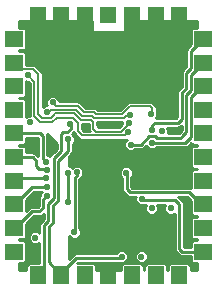
<source format=gbl>
%FSLAX46Y46*%
G04 Gerber Fmt 4.6, Leading zero omitted, Abs format (unit mm)*
G04 Created by KiCad (PCBNEW (2014-jul-16 BZR unknown)-product) date Wed 11 Feb 2015 12:50:59 PM CET*
%MOMM*%
G01*
G04 APERTURE LIST*
%ADD10C,0.150000*%
%ADD11R,1.500000X1.400000*%
%ADD12R,1.400000X1.500000*%
%ADD13R,1.400000X1.400000*%
%ADD14C,0.558800*%
%ADD15C,0.876300*%
%ADD16C,0.254000*%
%ADD17C,0.203200*%
%ADD18C,0.508000*%
%ADD19C,0.228600*%
G04 APERTURE END LIST*
D10*
D11*
X156184600Y-103777400D03*
X156184600Y-105777400D03*
X156184600Y-107777400D03*
X156184600Y-109777400D03*
X156184600Y-111777400D03*
X156184600Y-113777400D03*
X156184600Y-115777400D03*
X156184600Y-117777400D03*
X156184600Y-119777400D03*
X156184600Y-121777400D03*
X172180000Y-103781400D03*
X172180000Y-105781400D03*
X172180000Y-107781400D03*
X172180000Y-109781400D03*
X172180000Y-111781400D03*
X172180000Y-113781400D03*
X172180000Y-115781400D03*
X172180000Y-117781400D03*
X172180000Y-119781400D03*
X172180000Y-121781400D03*
D12*
X158181400Y-123780000D03*
X160181400Y-123780000D03*
X162181400Y-123780000D03*
X164181400Y-123780000D03*
X166181400Y-123780000D03*
X168181400Y-123780000D03*
X170181400Y-123780000D03*
D13*
X158181400Y-101780000D03*
X160181400Y-101780000D03*
X162181400Y-101780000D03*
X164181400Y-101780000D03*
X166181400Y-101780000D03*
X168181400Y-101780000D03*
X170181400Y-101780000D03*
D14*
X160770000Y-112280000D03*
X165300000Y-122220000D03*
X167000000Y-117310000D03*
X165670000Y-115120000D03*
X158950000Y-117070000D03*
X159010000Y-116340000D03*
X158910000Y-115590000D03*
X159000000Y-114880000D03*
X158890000Y-114180000D03*
X159000000Y-109940000D03*
X166020000Y-110230000D03*
X167750000Y-110150000D03*
X159470000Y-109150000D03*
X165880000Y-110920000D03*
X165870000Y-111680000D03*
X157340000Y-106840000D03*
X167870000Y-111480000D03*
X166070000Y-112720000D03*
X167860000Y-112560000D03*
X160950000Y-110950000D03*
D15*
X163620000Y-121460000D03*
D14*
X163210000Y-119050000D03*
X157860000Y-122320000D03*
X159140000Y-108440000D03*
X157380000Y-107980000D03*
X158170000Y-117150000D03*
X157360000Y-119660000D03*
X166150000Y-122510000D03*
X156920000Y-102530000D03*
X171440000Y-102500000D03*
X170900000Y-120790000D03*
X171430000Y-123050000D03*
X156940000Y-123040000D03*
X157400000Y-112390000D03*
D15*
X158950000Y-105738100D03*
X160430000Y-105740700D03*
D14*
X169260000Y-107040000D03*
X169470000Y-108580000D03*
D15*
X167040000Y-104890000D03*
D14*
X169360000Y-105340000D03*
X166230000Y-119619300D03*
X167830000Y-119619300D03*
X169440000Y-119619300D03*
X168740000Y-114890000D03*
X169530000Y-111460000D03*
X165540000Y-105760000D03*
X166380000Y-106460000D03*
X165550000Y-106450000D03*
X166380000Y-105790000D03*
D15*
X163890000Y-106450240D03*
D14*
X161400000Y-106430000D03*
X162280000Y-106440000D03*
X161931720Y-112470000D03*
X163410000Y-112470000D03*
X164888280Y-112470000D03*
X164888280Y-113948280D03*
X163410000Y-113948280D03*
X161931720Y-113948280D03*
X163410000Y-110991720D03*
X164888280Y-110991720D03*
X162110000Y-111140000D03*
D15*
X170180000Y-103770000D03*
X168180000Y-103760000D03*
X166180000Y-103770000D03*
X158180000Y-103770000D03*
X160180000Y-103770000D03*
X162190000Y-103770000D03*
X164820000Y-104900000D03*
X169240000Y-121860000D03*
D14*
X159150000Y-112370000D03*
X157500000Y-110850000D03*
X157970000Y-120610000D03*
X166950000Y-122210000D03*
X167830000Y-118120700D03*
X169440000Y-118120700D03*
X168670700Y-111580000D03*
X160760000Y-115090000D03*
X160770000Y-117610000D03*
X161520000Y-115080000D03*
X161280000Y-120140000D03*
D16*
X160310000Y-113720000D02*
X160770000Y-113260000D01*
X160770000Y-112280000D02*
X160770000Y-113260000D01*
X160200000Y-123761400D02*
X160181400Y-123780000D01*
X160181400Y-123721400D02*
X160181400Y-123780000D01*
X160301002Y-113720000D02*
X159931002Y-114090000D01*
X159931002Y-114090000D02*
X159931002Y-117420000D01*
X159931002Y-117420000D02*
X159470000Y-117881002D01*
X159470000Y-117881002D02*
X159470000Y-119311002D01*
X159470000Y-119311002D02*
X159110000Y-119671002D01*
X159110000Y-119671002D02*
X159110000Y-122650000D01*
X159110000Y-122650000D02*
X160181400Y-123721400D01*
X160310000Y-113720000D02*
X160301002Y-113720000D01*
X160181400Y-123568600D02*
X160181400Y-123780000D01*
X165300000Y-122220000D02*
X165190000Y-122330000D01*
X165190000Y-122330000D02*
X161420000Y-122330000D01*
X161420000Y-122330000D02*
X160181400Y-123568600D01*
X167000000Y-117310000D02*
X167110000Y-117420000D01*
X167110000Y-117420000D02*
X169810000Y-117420000D01*
X169810000Y-117420000D02*
X170170000Y-117780000D01*
X170170000Y-117780000D02*
X170170000Y-121540000D01*
X170170000Y-121540000D02*
X170411400Y-121781400D01*
X170411400Y-121781400D02*
X172180000Y-121781400D01*
X172041400Y-117781400D02*
X172180000Y-117781400D01*
X165670000Y-115120000D02*
X165710000Y-115160000D01*
X165710000Y-115160000D02*
X165710000Y-116450000D01*
X165710000Y-116450000D02*
X166020000Y-116760000D01*
X166020000Y-116760000D02*
X171020000Y-116760000D01*
X171020000Y-116760000D02*
X172041400Y-117781400D01*
X157690000Y-118380000D02*
X156292600Y-119777400D01*
X158340000Y-118380000D02*
X157690000Y-118380000D01*
X158670000Y-118050000D02*
X158340000Y-118380000D01*
X158670000Y-117350000D02*
X158670000Y-118050000D01*
X158950000Y-117070000D02*
X158670000Y-117350000D01*
X156292600Y-119777400D02*
X156184600Y-119777400D01*
X156282600Y-117777400D02*
X156184600Y-117777400D01*
X157720000Y-116340000D02*
X156282600Y-117777400D01*
X159010000Y-116340000D02*
X157720000Y-116340000D01*
X158910000Y-115590000D02*
X158900000Y-115580000D01*
X158900000Y-115580000D02*
X156382000Y-115580000D01*
X156382000Y-115580000D02*
X156184600Y-115777400D01*
X158060000Y-114100000D02*
X158060000Y-114080000D01*
X158060000Y-114080000D02*
X157757400Y-113777400D01*
X157757400Y-113777400D02*
X156184600Y-113777400D01*
X158060000Y-114520000D02*
X158060000Y-114100000D01*
X158320000Y-114780000D02*
X158060000Y-114520000D01*
X158900000Y-114780000D02*
X158320000Y-114780000D01*
X159000000Y-114880000D02*
X158900000Y-114780000D01*
X158367400Y-111777400D02*
X156184600Y-111777400D01*
X158610000Y-112020000D02*
X158367400Y-111777400D01*
X158610000Y-113900000D02*
X158610000Y-112020000D01*
X158890000Y-114180000D02*
X158610000Y-113900000D01*
X156207200Y-109800000D02*
X156184600Y-109777400D01*
X156217200Y-109810000D02*
X156184600Y-109777400D01*
D17*
X159000000Y-109940000D02*
X159090000Y-109940000D01*
X159279798Y-109750202D02*
X160820000Y-109750202D01*
X159090000Y-109940000D02*
X159279798Y-109750202D01*
X160820000Y-109750202D02*
X161420202Y-109750202D01*
X161423226Y-109750202D02*
X161953226Y-110280202D01*
X165763488Y-110280202D02*
X165969798Y-110280202D01*
X161953226Y-110280202D02*
X162680000Y-110280202D01*
X165969798Y-110280202D02*
X166020000Y-110230000D01*
X161420202Y-109750202D02*
X161423226Y-109750202D01*
X162787178Y-110280202D02*
X162986976Y-110480000D01*
X162986976Y-110480000D02*
X165466976Y-110480000D01*
X165466976Y-110480000D02*
X165763488Y-110183488D01*
X165763488Y-110183488D02*
X165763488Y-110280202D01*
X162680000Y-110280202D02*
X162787178Y-110280202D01*
D16*
X156467400Y-107777400D02*
X156184600Y-107777400D01*
D17*
X167900000Y-110000000D02*
X167750000Y-110150000D01*
X167900000Y-109660000D02*
X167900000Y-110000000D01*
X167710000Y-109470000D02*
X167900000Y-109660000D01*
X166010000Y-109470000D02*
X167710000Y-109470000D01*
X159740000Y-109420000D02*
X161120000Y-109420000D01*
X159470000Y-109150000D02*
X159740000Y-109420000D01*
X161560000Y-109420000D02*
X161990000Y-109850000D01*
X161120000Y-109420000D02*
X161560000Y-109420000D01*
X165530000Y-109950000D02*
X166010000Y-109470000D01*
X162090000Y-109950000D02*
X161990000Y-109850000D01*
X162740000Y-109950000D02*
X162090000Y-109950000D01*
X162930202Y-109950000D02*
X163120202Y-110140000D01*
X163120202Y-110140000D02*
X165340000Y-110140000D01*
X165340000Y-110140000D02*
X165530000Y-109950000D01*
X162740000Y-109950000D02*
X162930202Y-109950000D01*
D16*
X156747200Y-106340000D02*
X156184600Y-105777400D01*
D17*
X156737200Y-106330000D02*
X156184600Y-105777400D01*
X157820000Y-106330000D02*
X156737200Y-106330000D01*
X158230000Y-106740000D02*
X157820000Y-106330000D01*
X158230000Y-109370000D02*
X158230000Y-106740000D01*
X158230000Y-110160000D02*
X158230000Y-109370000D01*
X158230000Y-110160000D02*
X158230000Y-109370000D01*
X161277380Y-110080404D02*
X161528488Y-110331512D01*
X159570000Y-110191002D02*
X159570000Y-110190404D01*
X159680000Y-110080404D02*
X160770000Y-110080404D01*
X159570000Y-110190404D02*
X159680000Y-110080404D01*
X159570000Y-110191002D02*
X159568998Y-110191002D01*
X159568998Y-110191002D02*
X159280000Y-110480000D01*
X159280000Y-110480000D02*
X158550000Y-110480000D01*
X158550000Y-110480000D02*
X158230000Y-110160000D01*
X160770000Y-110080404D02*
X161277380Y-110080404D01*
X161531512Y-110331512D02*
X161610000Y-110410000D01*
X161528488Y-110331512D02*
X161531512Y-110331512D01*
X163129798Y-111619798D02*
X165210202Y-111619798D01*
X165210202Y-111619798D02*
X165880000Y-110950000D01*
X165880000Y-110950000D02*
X165880000Y-110920000D01*
X162660000Y-110620000D02*
X162890000Y-110850000D01*
X162890000Y-110850000D02*
X162890000Y-111380000D01*
X162890000Y-111380000D02*
X163129798Y-111619798D01*
X161820000Y-110620000D02*
X162660000Y-110620000D01*
X161610000Y-110410000D02*
X161820000Y-110620000D01*
X157890000Y-109860000D02*
X157890000Y-107390000D01*
X157890000Y-107390000D02*
X157340000Y-106840000D01*
X161270000Y-110550000D02*
X161160000Y-110440000D01*
X161160000Y-110440000D02*
X159790000Y-110440000D01*
X159790000Y-110440000D02*
X159410000Y-110820000D01*
X159410000Y-110820000D02*
X159290000Y-110820000D01*
X161460000Y-110730000D02*
X161280000Y-110550000D01*
X161280000Y-110550000D02*
X161270000Y-110550000D01*
X161591512Y-110858488D02*
X161463024Y-110730000D01*
X161463024Y-110730000D02*
X161460000Y-110730000D01*
X161591512Y-111581512D02*
X161960000Y-111950000D01*
X161960000Y-111950000D02*
X165600000Y-111950000D01*
X165600000Y-111950000D02*
X165870000Y-111680000D01*
X161591512Y-110858488D02*
X161591512Y-111581512D01*
X158410000Y-110820000D02*
X157890000Y-110300000D01*
X157890000Y-110300000D02*
X157890000Y-109860000D01*
X159290000Y-110820000D02*
X158410000Y-110820000D01*
D16*
X172158600Y-103781400D02*
X172180000Y-103781400D01*
X167870000Y-111480000D02*
X167870000Y-111100000D01*
X167870000Y-111100000D02*
X168080000Y-110890000D01*
X168080000Y-110890000D02*
X170040000Y-110890000D01*
X170040000Y-110890000D02*
X170380000Y-110550000D01*
X170380000Y-110550000D02*
X170380000Y-108360000D01*
X170380000Y-108360000D02*
X170770000Y-107970000D01*
X170770000Y-107970000D02*
X170770000Y-106650000D01*
X170770000Y-106650000D02*
X171170000Y-106250000D01*
X171170000Y-106250000D02*
X171170000Y-104770000D01*
X171170000Y-104770000D02*
X172158600Y-103781400D01*
X166920000Y-112720000D02*
X167620000Y-112020000D01*
X167620000Y-112020000D02*
X167930000Y-112020000D01*
X170430000Y-112020000D02*
X170770000Y-111680000D01*
X171160000Y-106801400D02*
X172180000Y-105781400D01*
X170770000Y-111468998D02*
X170770000Y-108520000D01*
X170770000Y-108520000D02*
X171160000Y-108130000D01*
X171160000Y-108130000D02*
X171160000Y-106801400D01*
X170770000Y-111680000D02*
X170770000Y-111468998D01*
X166070000Y-112720000D02*
X166920000Y-112720000D01*
X168150000Y-112020000D02*
X168300000Y-112170000D01*
X168300000Y-112170000D02*
X170280000Y-112170000D01*
X170280000Y-112170000D02*
X170430000Y-112020000D01*
X167930000Y-112020000D02*
X168150000Y-112020000D01*
X172088600Y-107781400D02*
X172180000Y-107781400D01*
X171160000Y-112080000D02*
X171160000Y-108710000D01*
X170830000Y-112410000D02*
X171160000Y-112080000D01*
X171160000Y-108710000D02*
X172088600Y-107781400D01*
X170680000Y-112560000D02*
X170830000Y-112410000D01*
X167860000Y-112560000D02*
X170680000Y-112560000D01*
X160180000Y-113270000D02*
X159840000Y-113610000D01*
X160180000Y-111830000D02*
X160180000Y-113270000D01*
X160340000Y-111670000D02*
X160180000Y-111830000D01*
X160690000Y-111670000D02*
X160340000Y-111670000D01*
X160990000Y-111370000D02*
X160690000Y-111670000D01*
X160990000Y-110990000D02*
X160990000Y-111370000D01*
X160950000Y-110950000D02*
X160990000Y-110990000D01*
X158710000Y-123251400D02*
X158181400Y-123780000D01*
X159830000Y-113610000D02*
X159550000Y-113890000D01*
X159550000Y-113890000D02*
X159550000Y-117260000D01*
X159550000Y-117260000D02*
X159080000Y-117730000D01*
X159080000Y-117730000D02*
X159080000Y-119150000D01*
X159080000Y-119150000D02*
X158710000Y-119520000D01*
X158710000Y-119520000D02*
X158710000Y-123251400D01*
X159840000Y-113610000D02*
X159830000Y-113610000D01*
D18*
X158950000Y-105738100D02*
X158950000Y-105710000D01*
X160430000Y-105740700D02*
X160430000Y-105730000D01*
D16*
X166230000Y-119619300D02*
X166230000Y-119580000D01*
X167830000Y-119619300D02*
X167830000Y-119620000D01*
X169440000Y-119619300D02*
X169440000Y-119630000D01*
X165580000Y-105800000D02*
X165540000Y-105760000D01*
X166380000Y-105790000D02*
X165580000Y-105800000D01*
X163890000Y-106450240D02*
X163890000Y-106460000D01*
X161921720Y-112460000D02*
X161931720Y-112470000D01*
X161890000Y-112460000D02*
X161921720Y-112460000D01*
X163410000Y-112470000D02*
X163410000Y-112450000D01*
X164888280Y-112470000D02*
X164900000Y-112470000D01*
X164870000Y-113930000D02*
X164888280Y-113948280D01*
X164850000Y-113930000D02*
X164870000Y-113930000D01*
X163400000Y-113938280D02*
X163410000Y-113948280D01*
X163400000Y-113910000D02*
X163400000Y-113938280D01*
X161931720Y-113948280D02*
X162010000Y-113870000D01*
D17*
X163378280Y-110960000D02*
X163410000Y-110991720D01*
X163360000Y-110960000D02*
X163378280Y-110960000D01*
X164870000Y-111010000D02*
X164888280Y-110991720D01*
X164850000Y-111010000D02*
X164870000Y-111010000D01*
D16*
X167830000Y-118120700D02*
X167830000Y-118130000D01*
X169440000Y-118120700D02*
X169440000Y-118130000D01*
X168670700Y-111580000D02*
X168680000Y-111580000D01*
X160760000Y-117600000D02*
X160770000Y-117610000D01*
X160760000Y-115090000D02*
X160760000Y-117600000D01*
X161520000Y-115080000D02*
X161580000Y-115140000D01*
X161520000Y-115310000D02*
X161310000Y-115520000D01*
X161310000Y-115520000D02*
X161310000Y-120110000D01*
X161310000Y-120110000D02*
X161280000Y-120140000D01*
X161520000Y-115080000D02*
X161520000Y-115310000D01*
D19*
G36*
X157522479Y-110303919D02*
X157391851Y-110303805D01*
X157201300Y-110382539D01*
X157201300Y-109024350D01*
X157160697Y-108926327D01*
X157085673Y-108851303D01*
X156987650Y-108810700D01*
X156881550Y-108810700D01*
X156627200Y-108810700D01*
X156627200Y-108744100D01*
X156987650Y-108744100D01*
X157085673Y-108703497D01*
X157160697Y-108628473D01*
X157201300Y-108530450D01*
X157201300Y-108424350D01*
X157201300Y-107373715D01*
X157230897Y-107386005D01*
X157365267Y-107386122D01*
X157521700Y-107542554D01*
X157521700Y-109860000D01*
X157521700Y-110300000D01*
X157522479Y-110303919D01*
X157522479Y-110303919D01*
G37*
X157522479Y-110303919D02*
X157391851Y-110303805D01*
X157201300Y-110382539D01*
X157201300Y-109024350D01*
X157160697Y-108926327D01*
X157085673Y-108851303D01*
X156987650Y-108810700D01*
X156881550Y-108810700D01*
X156627200Y-108810700D01*
X156627200Y-108744100D01*
X156987650Y-108744100D01*
X157085673Y-108703497D01*
X157160697Y-108628473D01*
X157201300Y-108530450D01*
X157201300Y-108424350D01*
X157201300Y-107373715D01*
X157230897Y-107386005D01*
X157365267Y-107386122D01*
X157521700Y-107542554D01*
X157521700Y-109860000D01*
X157521700Y-110300000D01*
X157522479Y-110303919D01*
G36*
X162590332Y-111581700D02*
X162112554Y-111581700D01*
X161959812Y-111428957D01*
X161959812Y-110988300D01*
X162507445Y-110988300D01*
X162521700Y-111002554D01*
X162521700Y-111380000D01*
X162545083Y-111497559D01*
X162549735Y-111520943D01*
X162590332Y-111581700D01*
X162590332Y-111581700D01*
G37*
X162590332Y-111581700D02*
X162112554Y-111581700D01*
X161959812Y-111428957D01*
X161959812Y-110988300D01*
X162507445Y-110988300D01*
X162521700Y-111002554D01*
X162521700Y-111380000D01*
X162545083Y-111497559D01*
X162549735Y-111520943D01*
X162590332Y-111581700D01*
G36*
X165333962Y-110848300D02*
X165333851Y-110975294D01*
X165057647Y-111251498D01*
X163282352Y-111251498D01*
X163258300Y-111227445D01*
X163258300Y-110850000D01*
X163257961Y-110848300D01*
X165333962Y-110848300D01*
X165333962Y-110848300D01*
G37*
X165333962Y-110848300D02*
X165333851Y-110975294D01*
X165057647Y-111251498D01*
X163282352Y-111251498D01*
X163258300Y-111227445D01*
X163258300Y-110850000D01*
X163257961Y-110848300D01*
X165333962Y-110848300D01*
G36*
X170376300Y-111516924D02*
X170151612Y-111741612D01*
X170116924Y-111776300D01*
X169180497Y-111776300D01*
X169216705Y-111689103D01*
X169216895Y-111471851D01*
X169139152Y-111283700D01*
X170040000Y-111283700D01*
X170190662Y-111253731D01*
X170190663Y-111253731D01*
X170318388Y-111168388D01*
X170376300Y-111110476D01*
X170376300Y-111468998D01*
X170376300Y-111516924D01*
X170376300Y-111516924D01*
G37*
X170376300Y-111516924D02*
X170151612Y-111741612D01*
X170116924Y-111776300D01*
X169180497Y-111776300D01*
X169216705Y-111689103D01*
X169216895Y-111471851D01*
X169139152Y-111283700D01*
X170040000Y-111283700D01*
X170190662Y-111253731D01*
X170190663Y-111253731D01*
X170318388Y-111168388D01*
X170376300Y-111110476D01*
X170376300Y-111468998D01*
X170376300Y-111516924D01*
G36*
X171712800Y-102814700D02*
X171376950Y-102814700D01*
X171278927Y-102855303D01*
X171203903Y-102930327D01*
X171163300Y-103028350D01*
X171163300Y-103134450D01*
X171163300Y-104219924D01*
X170891612Y-104491612D01*
X170806269Y-104619337D01*
X170776300Y-104770000D01*
X170776300Y-106086924D01*
X170491612Y-106371612D01*
X170406269Y-106499337D01*
X170376300Y-106650000D01*
X170376300Y-107806924D01*
X170101612Y-108081612D01*
X170016269Y-108209337D01*
X169986300Y-108360000D01*
X169986300Y-110386924D01*
X169876924Y-110496300D01*
X168176072Y-110496300D01*
X168212691Y-110459745D01*
X168296005Y-110259103D01*
X168296195Y-110041851D01*
X168268300Y-109974340D01*
X168268300Y-109660000D01*
X168240265Y-109519058D01*
X168160428Y-109399573D01*
X167970427Y-109209573D01*
X167850943Y-109129735D01*
X167827559Y-109125083D01*
X167710000Y-109101700D01*
X166010000Y-109101700D01*
X165869058Y-109129735D01*
X165749573Y-109209572D01*
X165269576Y-109689569D01*
X165269573Y-109689572D01*
X165187445Y-109771700D01*
X163272756Y-109771700D01*
X163190629Y-109689573D01*
X163071145Y-109609735D01*
X163047761Y-109605083D01*
X162930202Y-109581700D01*
X162740000Y-109581700D01*
X162242554Y-109581700D01*
X161820427Y-109159573D01*
X161700943Y-109079735D01*
X161677559Y-109075083D01*
X161560000Y-109051700D01*
X161120000Y-109051700D01*
X160016186Y-109051700D01*
X160016195Y-109041851D01*
X159933231Y-108841063D01*
X159779745Y-108687309D01*
X159579103Y-108603995D01*
X159361851Y-108603805D01*
X159161063Y-108686769D01*
X159007309Y-108840255D01*
X158923995Y-109040897D01*
X158923805Y-109258149D01*
X158979888Y-109393881D01*
X158891851Y-109393805D01*
X158691063Y-109476769D01*
X158598300Y-109569370D01*
X158598300Y-109370000D01*
X158598300Y-106740000D01*
X158570265Y-106599058D01*
X158490428Y-106479573D01*
X158080427Y-106069573D01*
X157960943Y-105989735D01*
X157937559Y-105985083D01*
X157820000Y-105961700D01*
X157201300Y-105961700D01*
X157201300Y-105024350D01*
X157160697Y-104926327D01*
X157085673Y-104851303D01*
X156987650Y-104810700D01*
X156881550Y-104810700D01*
X156627200Y-104810700D01*
X156627200Y-104744100D01*
X156987650Y-104744100D01*
X157085673Y-104703497D01*
X157160697Y-104628473D01*
X157201300Y-104530450D01*
X157201300Y-104424350D01*
X157201300Y-103024350D01*
X157160697Y-102926327D01*
X157085673Y-102851303D01*
X156987650Y-102810700D01*
X156881550Y-102810700D01*
X156627200Y-102810700D01*
X156627200Y-102237200D01*
X162762774Y-102237200D01*
X162777465Y-103184737D01*
X165584300Y-103173858D01*
X165584300Y-102237200D01*
X171712800Y-102237200D01*
X171712800Y-102814700D01*
X171712800Y-102814700D01*
G37*
X171712800Y-102814700D02*
X171376950Y-102814700D01*
X171278927Y-102855303D01*
X171203903Y-102930327D01*
X171163300Y-103028350D01*
X171163300Y-103134450D01*
X171163300Y-104219924D01*
X170891612Y-104491612D01*
X170806269Y-104619337D01*
X170776300Y-104770000D01*
X170776300Y-106086924D01*
X170491612Y-106371612D01*
X170406269Y-106499337D01*
X170376300Y-106650000D01*
X170376300Y-107806924D01*
X170101612Y-108081612D01*
X170016269Y-108209337D01*
X169986300Y-108360000D01*
X169986300Y-110386924D01*
X169876924Y-110496300D01*
X168176072Y-110496300D01*
X168212691Y-110459745D01*
X168296005Y-110259103D01*
X168296195Y-110041851D01*
X168268300Y-109974340D01*
X168268300Y-109660000D01*
X168240265Y-109519058D01*
X168160428Y-109399573D01*
X167970427Y-109209573D01*
X167850943Y-109129735D01*
X167827559Y-109125083D01*
X167710000Y-109101700D01*
X166010000Y-109101700D01*
X165869058Y-109129735D01*
X165749573Y-109209572D01*
X165269576Y-109689569D01*
X165269573Y-109689572D01*
X165187445Y-109771700D01*
X163272756Y-109771700D01*
X163190629Y-109689573D01*
X163071145Y-109609735D01*
X163047761Y-109605083D01*
X162930202Y-109581700D01*
X162740000Y-109581700D01*
X162242554Y-109581700D01*
X161820427Y-109159573D01*
X161700943Y-109079735D01*
X161677559Y-109075083D01*
X161560000Y-109051700D01*
X161120000Y-109051700D01*
X160016186Y-109051700D01*
X160016195Y-109041851D01*
X159933231Y-108841063D01*
X159779745Y-108687309D01*
X159579103Y-108603995D01*
X159361851Y-108603805D01*
X159161063Y-108686769D01*
X159007309Y-108840255D01*
X158923995Y-109040897D01*
X158923805Y-109258149D01*
X158979888Y-109393881D01*
X158891851Y-109393805D01*
X158691063Y-109476769D01*
X158598300Y-109569370D01*
X158598300Y-109370000D01*
X158598300Y-106740000D01*
X158570265Y-106599058D01*
X158490428Y-106479573D01*
X158080427Y-106069573D01*
X157960943Y-105989735D01*
X157937559Y-105985083D01*
X157820000Y-105961700D01*
X157201300Y-105961700D01*
X157201300Y-105024350D01*
X157160697Y-104926327D01*
X157085673Y-104851303D01*
X156987650Y-104810700D01*
X156881550Y-104810700D01*
X156627200Y-104810700D01*
X156627200Y-104744100D01*
X156987650Y-104744100D01*
X157085673Y-104703497D01*
X157160697Y-104628473D01*
X157201300Y-104530450D01*
X157201300Y-104424350D01*
X157201300Y-103024350D01*
X157160697Y-102926327D01*
X157085673Y-102851303D01*
X156987650Y-102810700D01*
X156881550Y-102810700D01*
X156627200Y-102810700D01*
X156627200Y-102237200D01*
X162762774Y-102237200D01*
X162777465Y-103184737D01*
X165584300Y-103173858D01*
X165584300Y-102237200D01*
X171712800Y-102237200D01*
X171712800Y-102814700D01*
G36*
X171712800Y-120814700D02*
X171376950Y-120814700D01*
X171278927Y-120855303D01*
X171203903Y-120930327D01*
X171163300Y-121028350D01*
X171163300Y-121134450D01*
X171163300Y-121387700D01*
X170574476Y-121387700D01*
X170563700Y-121376924D01*
X170563700Y-117780000D01*
X170533731Y-117629338D01*
X170448388Y-117501612D01*
X170100476Y-117153700D01*
X170856924Y-117153700D01*
X171163300Y-117460076D01*
X171163300Y-118534450D01*
X171203903Y-118632473D01*
X171278927Y-118707497D01*
X171376950Y-118748100D01*
X171483050Y-118748100D01*
X171712800Y-118748100D01*
X171712800Y-118814700D01*
X171376950Y-118814700D01*
X171278927Y-118855303D01*
X171203903Y-118930327D01*
X171163300Y-119028350D01*
X171163300Y-119134450D01*
X171163300Y-120534450D01*
X171203903Y-120632473D01*
X171278927Y-120707497D01*
X171376950Y-120748100D01*
X171483050Y-120748100D01*
X171712800Y-120748100D01*
X171712800Y-120814700D01*
X171712800Y-120814700D01*
G37*
X171712800Y-120814700D02*
X171376950Y-120814700D01*
X171278927Y-120855303D01*
X171203903Y-120930327D01*
X171163300Y-121028350D01*
X171163300Y-121134450D01*
X171163300Y-121387700D01*
X170574476Y-121387700D01*
X170563700Y-121376924D01*
X170563700Y-117780000D01*
X170533731Y-117629338D01*
X170448388Y-117501612D01*
X170100476Y-117153700D01*
X170856924Y-117153700D01*
X171163300Y-117460076D01*
X171163300Y-118534450D01*
X171203903Y-118632473D01*
X171278927Y-118707497D01*
X171376950Y-118748100D01*
X171483050Y-118748100D01*
X171712800Y-118748100D01*
X171712800Y-118814700D01*
X171376950Y-118814700D01*
X171278927Y-118855303D01*
X171203903Y-118930327D01*
X171163300Y-119028350D01*
X171163300Y-119134450D01*
X171163300Y-120534450D01*
X171203903Y-120632473D01*
X171278927Y-120707497D01*
X171376950Y-120748100D01*
X171483050Y-120748100D01*
X171712800Y-120748100D01*
X171712800Y-120814700D01*
G36*
X171712800Y-123322800D02*
X171148100Y-123322800D01*
X171148100Y-122976950D01*
X171107497Y-122878927D01*
X171032473Y-122803903D01*
X170934450Y-122763300D01*
X170828350Y-122763300D01*
X169428350Y-122763300D01*
X169330327Y-122803903D01*
X169255303Y-122878927D01*
X169214700Y-122976950D01*
X169214700Y-123083050D01*
X169214700Y-123322800D01*
X169148100Y-123322800D01*
X169148100Y-122976950D01*
X169107497Y-122878927D01*
X169032473Y-122803903D01*
X168934450Y-122763300D01*
X168828350Y-122763300D01*
X167496195Y-122763300D01*
X167496195Y-122101851D01*
X167413231Y-121901063D01*
X167259745Y-121747309D01*
X167059103Y-121663995D01*
X166841851Y-121663805D01*
X166641063Y-121746769D01*
X166487309Y-121900255D01*
X166403995Y-122100897D01*
X166403805Y-122318149D01*
X166486769Y-122518937D01*
X166640255Y-122672691D01*
X166840897Y-122756005D01*
X167058149Y-122756195D01*
X167258937Y-122673231D01*
X167412691Y-122519745D01*
X167496005Y-122319103D01*
X167496195Y-122101851D01*
X167496195Y-122763300D01*
X167428350Y-122763300D01*
X167330327Y-122803903D01*
X167255303Y-122878927D01*
X167214700Y-122976950D01*
X167214700Y-123083050D01*
X167214700Y-123322800D01*
X167148100Y-123322800D01*
X167148100Y-122976950D01*
X167107497Y-122878927D01*
X167032473Y-122803903D01*
X166934450Y-122763300D01*
X166828350Y-122763300D01*
X165428350Y-122763300D01*
X165330327Y-122803903D01*
X165255303Y-122878927D01*
X165214700Y-122976950D01*
X165214700Y-123083050D01*
X165214700Y-123322800D01*
X163148100Y-123322800D01*
X163148100Y-122976950D01*
X163107497Y-122878927D01*
X163032473Y-122803903D01*
X162934450Y-122763300D01*
X162828350Y-122763300D01*
X161543476Y-122763300D01*
X161583076Y-122723700D01*
X165089015Y-122723700D01*
X165190897Y-122766005D01*
X165408149Y-122766195D01*
X165608937Y-122683231D01*
X165762691Y-122529745D01*
X165846005Y-122329103D01*
X165846195Y-122111851D01*
X165763231Y-121911063D01*
X165609745Y-121757309D01*
X165409103Y-121673995D01*
X165191851Y-121673805D01*
X164991063Y-121756769D01*
X164837309Y-121910255D01*
X164826494Y-121936300D01*
X161420000Y-121936300D01*
X161269338Y-121966269D01*
X161141612Y-122051612D01*
X160824300Y-122368924D01*
X160824300Y-120456481D01*
X160970255Y-120602691D01*
X161170897Y-120686005D01*
X161388149Y-120686195D01*
X161588937Y-120603231D01*
X161742691Y-120449745D01*
X161826005Y-120249103D01*
X161826195Y-120031851D01*
X161743231Y-119831063D01*
X161703700Y-119791462D01*
X161703700Y-115683076D01*
X161798388Y-115588388D01*
X161828417Y-115543445D01*
X161828937Y-115543231D01*
X161982691Y-115389745D01*
X162066005Y-115189103D01*
X162066195Y-114971851D01*
X161983231Y-114771063D01*
X161829745Y-114617309D01*
X161629103Y-114533995D01*
X161411851Y-114533805D01*
X161211063Y-114616769D01*
X161135010Y-114692688D01*
X161069745Y-114627309D01*
X160869103Y-114543995D01*
X160824300Y-114543955D01*
X160824300Y-113762476D01*
X161048388Y-113538388D01*
X161133731Y-113410663D01*
X161133731Y-113410662D01*
X161163700Y-113260000D01*
X161163700Y-112658615D01*
X161232691Y-112589745D01*
X161316005Y-112389103D01*
X161316195Y-112171851D01*
X161233231Y-111971063D01*
X161089597Y-111827178D01*
X161241802Y-111674973D01*
X161246595Y-111699071D01*
X161251247Y-111722455D01*
X161331085Y-111841939D01*
X161699573Y-112210428D01*
X161819058Y-112290265D01*
X161960000Y-112318300D01*
X165600000Y-112318300D01*
X165600000Y-112318299D01*
X165717559Y-112294916D01*
X165724165Y-112293602D01*
X165607309Y-112410255D01*
X165523995Y-112610897D01*
X165523805Y-112828149D01*
X165606769Y-113028937D01*
X165760255Y-113182691D01*
X165960897Y-113266005D01*
X166178149Y-113266195D01*
X166378937Y-113183231D01*
X166448589Y-113113700D01*
X166920000Y-113113700D01*
X167070662Y-113083731D01*
X167070663Y-113083731D01*
X167198388Y-112998388D01*
X167376615Y-112820160D01*
X167396769Y-112868937D01*
X167550255Y-113022691D01*
X167750897Y-113106005D01*
X167968149Y-113106195D01*
X168168937Y-113023231D01*
X168238589Y-112953700D01*
X170680000Y-112953700D01*
X170830662Y-112923731D01*
X170830663Y-112923731D01*
X170958388Y-112838388D01*
X171108388Y-112688388D01*
X171192304Y-112604471D01*
X171203903Y-112632473D01*
X171278927Y-112707497D01*
X171376950Y-112748100D01*
X171483050Y-112748100D01*
X171712800Y-112748100D01*
X171712800Y-112814700D01*
X171376950Y-112814700D01*
X171278927Y-112855303D01*
X171203903Y-112930327D01*
X171163300Y-113028350D01*
X171163300Y-113134450D01*
X171163300Y-114534450D01*
X171203903Y-114632473D01*
X171278927Y-114707497D01*
X171376950Y-114748100D01*
X171483050Y-114748100D01*
X171712800Y-114748100D01*
X171712800Y-114814700D01*
X171376950Y-114814700D01*
X171278927Y-114855303D01*
X171203903Y-114930327D01*
X171163300Y-115028350D01*
X171163300Y-115134450D01*
X171163300Y-116394804D01*
X171020000Y-116366300D01*
X166183076Y-116366300D01*
X166103700Y-116286924D01*
X166103700Y-115458685D01*
X166132691Y-115429745D01*
X166216005Y-115229103D01*
X166216195Y-115011851D01*
X166133231Y-114811063D01*
X165979745Y-114657309D01*
X165779103Y-114573995D01*
X165561851Y-114573805D01*
X165361063Y-114656769D01*
X165207309Y-114810255D01*
X165123995Y-115010897D01*
X165123805Y-115228149D01*
X165206769Y-115428937D01*
X165316300Y-115538659D01*
X165316300Y-116450000D01*
X165346269Y-116600663D01*
X165431612Y-116728388D01*
X165741612Y-117038388D01*
X165869337Y-117123731D01*
X165869338Y-117123731D01*
X166020000Y-117153700D01*
X166473592Y-117153700D01*
X166453995Y-117200897D01*
X166453805Y-117418149D01*
X166536769Y-117618937D01*
X166690255Y-117772691D01*
X166890897Y-117856005D01*
X167108149Y-117856195D01*
X167210994Y-117813700D01*
X167366169Y-117813700D01*
X167283995Y-118011597D01*
X167283805Y-118228849D01*
X167366769Y-118429637D01*
X167520255Y-118583391D01*
X167720897Y-118666705D01*
X167938149Y-118666895D01*
X168138937Y-118583931D01*
X168292691Y-118430445D01*
X168376005Y-118229803D01*
X168376195Y-118012551D01*
X168294031Y-117813700D01*
X168976169Y-117813700D01*
X168893995Y-118011597D01*
X168893805Y-118228849D01*
X168976769Y-118429637D01*
X169130255Y-118583391D01*
X169330897Y-118666705D01*
X169548149Y-118666895D01*
X169748937Y-118583931D01*
X169776300Y-118556615D01*
X169776300Y-121540000D01*
X169806269Y-121690663D01*
X169891612Y-121818388D01*
X170133012Y-122059788D01*
X170260737Y-122145131D01*
X170260738Y-122145131D01*
X170411400Y-122175100D01*
X171163300Y-122175100D01*
X171163300Y-122534450D01*
X171203903Y-122632473D01*
X171278927Y-122707497D01*
X171376950Y-122748100D01*
X171483050Y-122748100D01*
X171712800Y-122748100D01*
X171712800Y-123322800D01*
X171712800Y-123322800D01*
G37*
X171712800Y-123322800D02*
X171148100Y-123322800D01*
X171148100Y-122976950D01*
X171107497Y-122878927D01*
X171032473Y-122803903D01*
X170934450Y-122763300D01*
X170828350Y-122763300D01*
X169428350Y-122763300D01*
X169330327Y-122803903D01*
X169255303Y-122878927D01*
X169214700Y-122976950D01*
X169214700Y-123083050D01*
X169214700Y-123322800D01*
X169148100Y-123322800D01*
X169148100Y-122976950D01*
X169107497Y-122878927D01*
X169032473Y-122803903D01*
X168934450Y-122763300D01*
X168828350Y-122763300D01*
X167496195Y-122763300D01*
X167496195Y-122101851D01*
X167413231Y-121901063D01*
X167259745Y-121747309D01*
X167059103Y-121663995D01*
X166841851Y-121663805D01*
X166641063Y-121746769D01*
X166487309Y-121900255D01*
X166403995Y-122100897D01*
X166403805Y-122318149D01*
X166486769Y-122518937D01*
X166640255Y-122672691D01*
X166840897Y-122756005D01*
X167058149Y-122756195D01*
X167258937Y-122673231D01*
X167412691Y-122519745D01*
X167496005Y-122319103D01*
X167496195Y-122101851D01*
X167496195Y-122763300D01*
X167428350Y-122763300D01*
X167330327Y-122803903D01*
X167255303Y-122878927D01*
X167214700Y-122976950D01*
X167214700Y-123083050D01*
X167214700Y-123322800D01*
X167148100Y-123322800D01*
X167148100Y-122976950D01*
X167107497Y-122878927D01*
X167032473Y-122803903D01*
X166934450Y-122763300D01*
X166828350Y-122763300D01*
X165428350Y-122763300D01*
X165330327Y-122803903D01*
X165255303Y-122878927D01*
X165214700Y-122976950D01*
X165214700Y-123083050D01*
X165214700Y-123322800D01*
X163148100Y-123322800D01*
X163148100Y-122976950D01*
X163107497Y-122878927D01*
X163032473Y-122803903D01*
X162934450Y-122763300D01*
X162828350Y-122763300D01*
X161543476Y-122763300D01*
X161583076Y-122723700D01*
X165089015Y-122723700D01*
X165190897Y-122766005D01*
X165408149Y-122766195D01*
X165608937Y-122683231D01*
X165762691Y-122529745D01*
X165846005Y-122329103D01*
X165846195Y-122111851D01*
X165763231Y-121911063D01*
X165609745Y-121757309D01*
X165409103Y-121673995D01*
X165191851Y-121673805D01*
X164991063Y-121756769D01*
X164837309Y-121910255D01*
X164826494Y-121936300D01*
X161420000Y-121936300D01*
X161269338Y-121966269D01*
X161141612Y-122051612D01*
X160824300Y-122368924D01*
X160824300Y-120456481D01*
X160970255Y-120602691D01*
X161170897Y-120686005D01*
X161388149Y-120686195D01*
X161588937Y-120603231D01*
X161742691Y-120449745D01*
X161826005Y-120249103D01*
X161826195Y-120031851D01*
X161743231Y-119831063D01*
X161703700Y-119791462D01*
X161703700Y-115683076D01*
X161798388Y-115588388D01*
X161828417Y-115543445D01*
X161828937Y-115543231D01*
X161982691Y-115389745D01*
X162066005Y-115189103D01*
X162066195Y-114971851D01*
X161983231Y-114771063D01*
X161829745Y-114617309D01*
X161629103Y-114533995D01*
X161411851Y-114533805D01*
X161211063Y-114616769D01*
X161135010Y-114692688D01*
X161069745Y-114627309D01*
X160869103Y-114543995D01*
X160824300Y-114543955D01*
X160824300Y-113762476D01*
X161048388Y-113538388D01*
X161133731Y-113410663D01*
X161133731Y-113410662D01*
X161163700Y-113260000D01*
X161163700Y-112658615D01*
X161232691Y-112589745D01*
X161316005Y-112389103D01*
X161316195Y-112171851D01*
X161233231Y-111971063D01*
X161089597Y-111827178D01*
X161241802Y-111674973D01*
X161246595Y-111699071D01*
X161251247Y-111722455D01*
X161331085Y-111841939D01*
X161699573Y-112210428D01*
X161819058Y-112290265D01*
X161960000Y-112318300D01*
X165600000Y-112318300D01*
X165600000Y-112318299D01*
X165717559Y-112294916D01*
X165724165Y-112293602D01*
X165607309Y-112410255D01*
X165523995Y-112610897D01*
X165523805Y-112828149D01*
X165606769Y-113028937D01*
X165760255Y-113182691D01*
X165960897Y-113266005D01*
X166178149Y-113266195D01*
X166378937Y-113183231D01*
X166448589Y-113113700D01*
X166920000Y-113113700D01*
X167070662Y-113083731D01*
X167070663Y-113083731D01*
X167198388Y-112998388D01*
X167376615Y-112820160D01*
X167396769Y-112868937D01*
X167550255Y-113022691D01*
X167750897Y-113106005D01*
X167968149Y-113106195D01*
X168168937Y-113023231D01*
X168238589Y-112953700D01*
X170680000Y-112953700D01*
X170830662Y-112923731D01*
X170830663Y-112923731D01*
X170958388Y-112838388D01*
X171108388Y-112688388D01*
X171192304Y-112604471D01*
X171203903Y-112632473D01*
X171278927Y-112707497D01*
X171376950Y-112748100D01*
X171483050Y-112748100D01*
X171712800Y-112748100D01*
X171712800Y-112814700D01*
X171376950Y-112814700D01*
X171278927Y-112855303D01*
X171203903Y-112930327D01*
X171163300Y-113028350D01*
X171163300Y-113134450D01*
X171163300Y-114534450D01*
X171203903Y-114632473D01*
X171278927Y-114707497D01*
X171376950Y-114748100D01*
X171483050Y-114748100D01*
X171712800Y-114748100D01*
X171712800Y-114814700D01*
X171376950Y-114814700D01*
X171278927Y-114855303D01*
X171203903Y-114930327D01*
X171163300Y-115028350D01*
X171163300Y-115134450D01*
X171163300Y-116394804D01*
X171020000Y-116366300D01*
X166183076Y-116366300D01*
X166103700Y-116286924D01*
X166103700Y-115458685D01*
X166132691Y-115429745D01*
X166216005Y-115229103D01*
X166216195Y-115011851D01*
X166133231Y-114811063D01*
X165979745Y-114657309D01*
X165779103Y-114573995D01*
X165561851Y-114573805D01*
X165361063Y-114656769D01*
X165207309Y-114810255D01*
X165123995Y-115010897D01*
X165123805Y-115228149D01*
X165206769Y-115428937D01*
X165316300Y-115538659D01*
X165316300Y-116450000D01*
X165346269Y-116600663D01*
X165431612Y-116728388D01*
X165741612Y-117038388D01*
X165869337Y-117123731D01*
X165869338Y-117123731D01*
X166020000Y-117153700D01*
X166473592Y-117153700D01*
X166453995Y-117200897D01*
X166453805Y-117418149D01*
X166536769Y-117618937D01*
X166690255Y-117772691D01*
X166890897Y-117856005D01*
X167108149Y-117856195D01*
X167210994Y-117813700D01*
X167366169Y-117813700D01*
X167283995Y-118011597D01*
X167283805Y-118228849D01*
X167366769Y-118429637D01*
X167520255Y-118583391D01*
X167720897Y-118666705D01*
X167938149Y-118666895D01*
X168138937Y-118583931D01*
X168292691Y-118430445D01*
X168376005Y-118229803D01*
X168376195Y-118012551D01*
X168294031Y-117813700D01*
X168976169Y-117813700D01*
X168893995Y-118011597D01*
X168893805Y-118228849D01*
X168976769Y-118429637D01*
X169130255Y-118583391D01*
X169330897Y-118666705D01*
X169548149Y-118666895D01*
X169748937Y-118583931D01*
X169776300Y-118556615D01*
X169776300Y-121540000D01*
X169806269Y-121690663D01*
X169891612Y-121818388D01*
X170133012Y-122059788D01*
X170260737Y-122145131D01*
X170260738Y-122145131D01*
X170411400Y-122175100D01*
X171163300Y-122175100D01*
X171163300Y-122534450D01*
X171203903Y-122632473D01*
X171278927Y-122707497D01*
X171376950Y-122748100D01*
X171483050Y-122748100D01*
X171712800Y-122748100D01*
X171712800Y-123322800D01*
G36*
X158216300Y-113679524D02*
X158035788Y-113499012D01*
X157908063Y-113413669D01*
X157757400Y-113383700D01*
X157201300Y-113383700D01*
X157201300Y-113024350D01*
X157160697Y-112926327D01*
X157085673Y-112851303D01*
X156987650Y-112810700D01*
X156881550Y-112810700D01*
X156627200Y-112810700D01*
X156627200Y-112744100D01*
X156987650Y-112744100D01*
X157085673Y-112703497D01*
X157160697Y-112628473D01*
X157201300Y-112530450D01*
X157201300Y-112424350D01*
X157201300Y-112171100D01*
X158204324Y-112171100D01*
X158216300Y-112183076D01*
X158216300Y-113679524D01*
X158216300Y-113679524D01*
G37*
X158216300Y-113679524D02*
X158035788Y-113499012D01*
X157908063Y-113413669D01*
X157757400Y-113383700D01*
X157201300Y-113383700D01*
X157201300Y-113024350D01*
X157160697Y-112926327D01*
X157085673Y-112851303D01*
X156987650Y-112810700D01*
X156881550Y-112810700D01*
X156627200Y-112810700D01*
X156627200Y-112744100D01*
X156987650Y-112744100D01*
X157085673Y-112703497D01*
X157160697Y-112628473D01*
X157201300Y-112530450D01*
X157201300Y-112424350D01*
X157201300Y-112171100D01*
X158204324Y-112171100D01*
X158216300Y-112183076D01*
X158216300Y-113679524D01*
G36*
X158513910Y-116733700D02*
X158487309Y-116760255D01*
X158403995Y-116960897D01*
X158403908Y-117059315D01*
X158391612Y-117071612D01*
X158306269Y-117199337D01*
X158276300Y-117350000D01*
X158276300Y-117886924D01*
X158176924Y-117986300D01*
X157690000Y-117986300D01*
X157539337Y-118016269D01*
X157411612Y-118101612D01*
X157201300Y-118311924D01*
X157201300Y-117415476D01*
X157883076Y-116733700D01*
X158513910Y-116733700D01*
X158513910Y-116733700D01*
G37*
X158513910Y-116733700D02*
X158487309Y-116760255D01*
X158403995Y-116960897D01*
X158403908Y-117059315D01*
X158391612Y-117071612D01*
X158306269Y-117199337D01*
X158276300Y-117350000D01*
X158276300Y-117886924D01*
X158176924Y-117986300D01*
X157690000Y-117986300D01*
X157539337Y-118016269D01*
X157411612Y-118101612D01*
X157201300Y-118311924D01*
X157201300Y-117415476D01*
X157883076Y-116733700D01*
X158513910Y-116733700D01*
G36*
X158686300Y-118986924D02*
X158431612Y-119241612D01*
X158346269Y-119369337D01*
X158316300Y-119520000D01*
X158316300Y-120183927D01*
X158279745Y-120147309D01*
X158079103Y-120063995D01*
X157861851Y-120063805D01*
X157661063Y-120146769D01*
X157507309Y-120300255D01*
X157423995Y-120500897D01*
X157423805Y-120718149D01*
X157506769Y-120918937D01*
X157660255Y-121072691D01*
X157860897Y-121156005D01*
X158078149Y-121156195D01*
X158278937Y-121073231D01*
X158316300Y-121035933D01*
X158316300Y-122763300D01*
X157428350Y-122763300D01*
X157330327Y-122803903D01*
X157255303Y-122878927D01*
X157214700Y-122976950D01*
X157214700Y-123083050D01*
X157214700Y-123322800D01*
X156627200Y-123322800D01*
X156627200Y-122744100D01*
X156987650Y-122744100D01*
X157085673Y-122703497D01*
X157160697Y-122628473D01*
X157201300Y-122530450D01*
X157201300Y-122424350D01*
X157201300Y-121024350D01*
X157160697Y-120926327D01*
X157085673Y-120851303D01*
X156987650Y-120810700D01*
X156881550Y-120810700D01*
X156627200Y-120810700D01*
X156627200Y-120744100D01*
X156987650Y-120744100D01*
X157085673Y-120703497D01*
X157160697Y-120628473D01*
X157201300Y-120530450D01*
X157201300Y-120424350D01*
X157201300Y-119425476D01*
X157853076Y-118773700D01*
X158340000Y-118773700D01*
X158490662Y-118743731D01*
X158490663Y-118743731D01*
X158618388Y-118658388D01*
X158686300Y-118590476D01*
X158686300Y-118986924D01*
X158686300Y-118986924D01*
G37*
X158686300Y-118986924D02*
X158431612Y-119241612D01*
X158346269Y-119369337D01*
X158316300Y-119520000D01*
X158316300Y-120183927D01*
X158279745Y-120147309D01*
X158079103Y-120063995D01*
X157861851Y-120063805D01*
X157661063Y-120146769D01*
X157507309Y-120300255D01*
X157423995Y-120500897D01*
X157423805Y-120718149D01*
X157506769Y-120918937D01*
X157660255Y-121072691D01*
X157860897Y-121156005D01*
X158078149Y-121156195D01*
X158278937Y-121073231D01*
X158316300Y-121035933D01*
X158316300Y-122763300D01*
X157428350Y-122763300D01*
X157330327Y-122803903D01*
X157255303Y-122878927D01*
X157214700Y-122976950D01*
X157214700Y-123083050D01*
X157214700Y-123322800D01*
X156627200Y-123322800D01*
X156627200Y-122744100D01*
X156987650Y-122744100D01*
X157085673Y-122703497D01*
X157160697Y-122628473D01*
X157201300Y-122530450D01*
X157201300Y-122424350D01*
X157201300Y-121024350D01*
X157160697Y-120926327D01*
X157085673Y-120851303D01*
X156987650Y-120810700D01*
X156881550Y-120810700D01*
X156627200Y-120810700D01*
X156627200Y-120744100D01*
X156987650Y-120744100D01*
X157085673Y-120703497D01*
X157160697Y-120628473D01*
X157201300Y-120530450D01*
X157201300Y-120424350D01*
X157201300Y-119425476D01*
X157853076Y-118773700D01*
X158340000Y-118773700D01*
X158490662Y-118743731D01*
X158490663Y-118743731D01*
X158618388Y-118658388D01*
X158686300Y-118590476D01*
X158686300Y-118986924D01*
G36*
X159786300Y-113106924D02*
X159581748Y-113311475D01*
X159551612Y-113331612D01*
X159271612Y-113611612D01*
X159200489Y-113718054D01*
X159199745Y-113717309D01*
X159003700Y-113635903D01*
X159003700Y-112020000D01*
X158973731Y-111869338D01*
X158973731Y-111869337D01*
X158945618Y-111827263D01*
X159786300Y-112667945D01*
X159786300Y-113106924D01*
X159786300Y-113106924D01*
G37*
X159786300Y-113106924D02*
X159581748Y-113311475D01*
X159551612Y-113331612D01*
X159271612Y-113611612D01*
X159200489Y-113718054D01*
X159199745Y-113717309D01*
X159003700Y-113635903D01*
X159003700Y-112020000D01*
X158973731Y-111869338D01*
X158973731Y-111869337D01*
X158945618Y-111827263D01*
X159786300Y-112667945D01*
X159786300Y-113106924D01*
M02*

</source>
